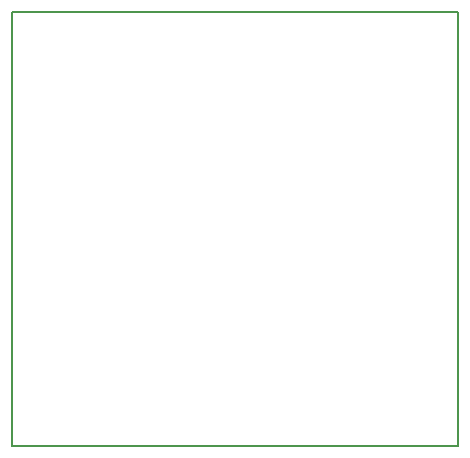
<source format=gbr>
G04 #@! TF.GenerationSoftware,KiCad,Pcbnew,(5.0.1)-rc2*
G04 #@! TF.CreationDate,2019-01-31T00:44:23-05:00*
G04 #@! TF.ProjectId,CV buffer,4356206275666665722E6B696361645F,rev?*
G04 #@! TF.SameCoordinates,Original*
G04 #@! TF.FileFunction,Profile,NP*
%FSLAX46Y46*%
G04 Gerber Fmt 4.6, Leading zero omitted, Abs format (unit mm)*
G04 Created by KiCad (PCBNEW (5.0.1)-rc2) date 1/31/2019 12:44:23 AM*
%MOMM*%
%LPD*%
G01*
G04 APERTURE LIST*
%ADD10C,0.200000*%
G04 APERTURE END LIST*
D10*
X212445600Y-102666800D02*
X174752000Y-102666800D01*
X212445600Y-65938400D02*
X212445600Y-102666800D01*
X174752000Y-65938400D02*
X212445600Y-65938400D01*
X174752000Y-102666800D02*
X174752000Y-65938400D01*
M02*

</source>
